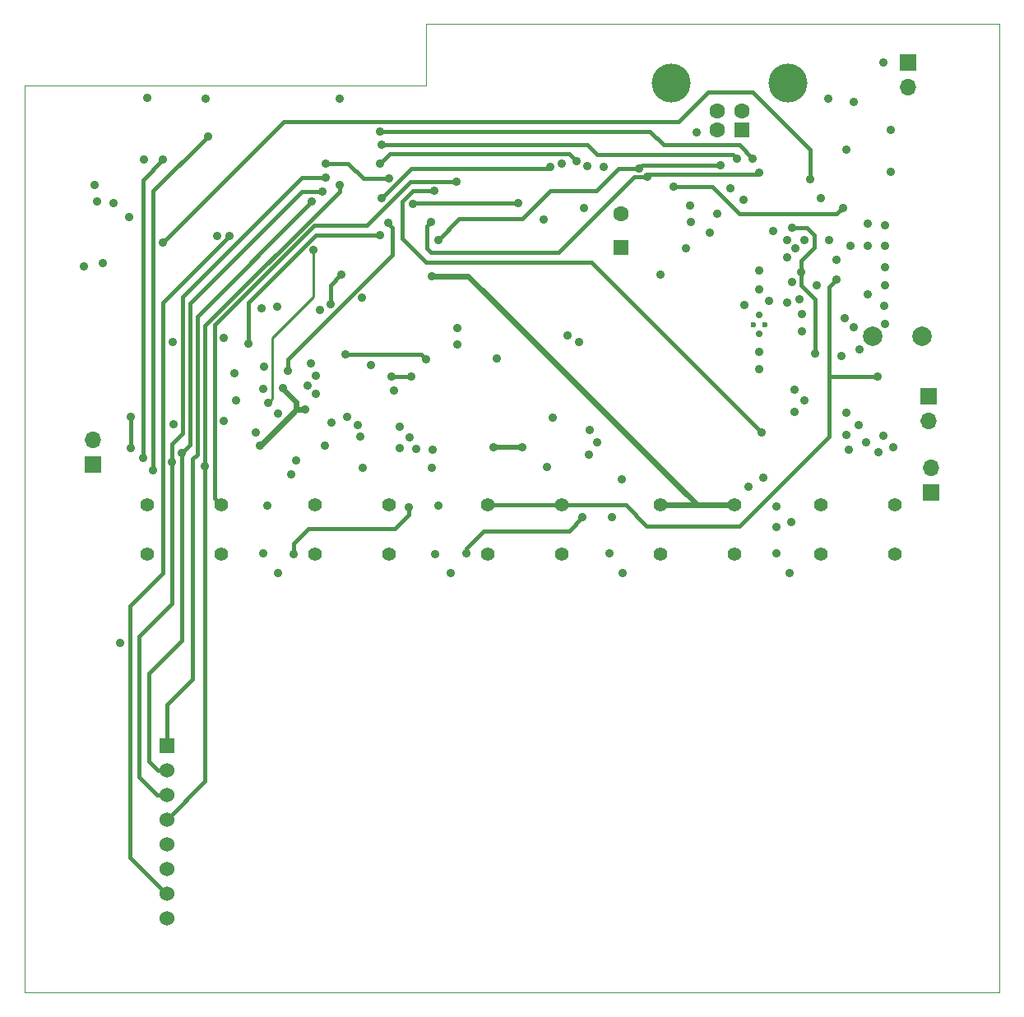
<source format=gbr>
G04 #@! TF.GenerationSoftware,KiCad,Pcbnew,5.1.7*
G04 #@! TF.CreationDate,2020-11-03T15:06:47+01:00*
G04 #@! TF.ProjectId,audioplayer,61756469-6f70-46c6-9179-65722e6b6963,rev?*
G04 #@! TF.SameCoordinates,Original*
G04 #@! TF.FileFunction,Copper,L4,Bot*
G04 #@! TF.FilePolarity,Positive*
%FSLAX46Y46*%
G04 Gerber Fmt 4.6, Leading zero omitted, Abs format (unit mm)*
G04 Created by KiCad (PCBNEW 5.1.7) date 2020-11-03 15:06:47*
%MOMM*%
%LPD*%
G01*
G04 APERTURE LIST*
G04 #@! TA.AperFunction,Profile*
%ADD10C,0.100000*%
G04 #@! TD*
G04 #@! TA.AperFunction,ComponentPad*
%ADD11O,1.700000X1.700000*%
G04 #@! TD*
G04 #@! TA.AperFunction,ComponentPad*
%ADD12R,1.700000X1.700000*%
G04 #@! TD*
G04 #@! TA.AperFunction,ComponentPad*
%ADD13C,1.397000*%
G04 #@! TD*
G04 #@! TA.AperFunction,ComponentPad*
%ADD14C,4.000000*%
G04 #@! TD*
G04 #@! TA.AperFunction,ComponentPad*
%ADD15C,1.600000*%
G04 #@! TD*
G04 #@! TA.AperFunction,ComponentPad*
%ADD16R,1.600000X1.600000*%
G04 #@! TD*
G04 #@! TA.AperFunction,ComponentPad*
%ADD17C,2.000000*%
G04 #@! TD*
G04 #@! TA.AperFunction,ComponentPad*
%ADD18C,1.524000*%
G04 #@! TD*
G04 #@! TA.AperFunction,ComponentPad*
%ADD19R,1.524000X1.524000*%
G04 #@! TD*
G04 #@! TA.AperFunction,ComponentPad*
%ADD20C,0.700000*%
G04 #@! TD*
G04 #@! TA.AperFunction,ComponentPad*
%ADD21C,0.600000*%
G04 #@! TD*
G04 #@! TA.AperFunction,ViaPad*
%ADD22C,0.900000*%
G04 #@! TD*
G04 #@! TA.AperFunction,Conductor*
%ADD23C,0.500000*%
G04 #@! TD*
G04 #@! TA.AperFunction,Conductor*
%ADD24C,0.400000*%
G04 #@! TD*
G04 #@! TA.AperFunction,Conductor*
%ADD25C,0.280000*%
G04 #@! TD*
G04 #@! TA.AperFunction,Conductor*
%ADD26C,0.600000*%
G04 #@! TD*
G04 APERTURE END LIST*
D10*
X156845000Y-121285000D02*
X56515000Y-121285000D01*
X156845000Y-121285000D02*
X156845000Y-21590000D01*
X56515000Y-27940000D02*
X56515000Y-121285000D01*
X97790000Y-21590000D02*
X156845000Y-21590000D01*
X97790000Y-27940000D02*
X97790000Y-21590000D01*
X56515000Y-27940000D02*
X97790000Y-27940000D01*
D11*
X147447000Y-28067000D03*
D12*
X147447000Y-25527000D03*
D11*
X149542500Y-62420500D03*
D12*
X149542500Y-59880500D03*
D13*
X69088000Y-76200000D03*
X69088000Y-71120000D03*
X76708000Y-76200000D03*
X76708000Y-71120000D03*
X93980000Y-71120000D03*
X93980000Y-76200000D03*
X86360000Y-71120000D03*
X86360000Y-76200000D03*
D14*
X135052000Y-27652000D03*
X123052000Y-27652000D03*
D15*
X130302000Y-30512000D03*
X127802000Y-30512000D03*
X127802000Y-32512000D03*
D16*
X130302000Y-32512000D03*
D17*
X148849080Y-53721000D03*
X143769080Y-53721000D03*
D18*
X71120000Y-113665000D03*
X71120000Y-111125000D03*
X71120000Y-108585000D03*
X71120000Y-106045000D03*
X71120000Y-103505000D03*
X71120000Y-100965000D03*
X71120000Y-98425000D03*
D19*
X71120000Y-95885000D03*
D13*
X111760000Y-71120000D03*
X111760000Y-76200000D03*
X104140000Y-71120000D03*
X104140000Y-76200000D03*
D20*
X132080000Y-51564500D03*
D21*
X132655000Y-52514500D03*
X131505000Y-52514500D03*
D20*
X132080000Y-53464500D03*
D13*
X138430000Y-76200000D03*
X138430000Y-71120000D03*
X146050000Y-76200000D03*
X146050000Y-71120000D03*
X121920000Y-76200000D03*
X121920000Y-71120000D03*
X129540000Y-76200000D03*
X129540000Y-71120000D03*
D11*
X149796500Y-67246500D03*
D12*
X149796500Y-69786500D03*
D11*
X63500000Y-64389000D03*
D12*
X63500000Y-66929000D03*
D15*
X117881400Y-41077000D03*
D16*
X117881400Y-44577000D03*
D22*
X130500000Y-39678000D03*
X138036300Y-48501300D03*
X129159000Y-38481000D03*
X135382000Y-72898000D03*
X91274900Y-67271900D03*
X87376000Y-65024000D03*
X143129000Y-64643000D03*
X144907000Y-64008000D03*
X144399000Y-65659000D03*
X145923000Y-65151000D03*
X141097000Y-61595000D03*
X142367000Y-62865000D03*
X141097000Y-63881000D03*
X141351000Y-65405000D03*
X75141000Y-29294000D03*
X69088000Y-29210000D03*
X81470502Y-71183500D03*
X88900000Y-29273496D03*
X68767781Y-35554562D03*
X125095000Y-41999998D03*
X101066600Y-54533800D03*
X124587000Y-44704000D03*
X86868000Y-51054000D03*
X115443000Y-64643000D03*
X114554000Y-65900300D03*
X114681000Y-63411100D03*
X117983000Y-68453000D03*
X78232000Y-60325000D03*
X99060000Y-71183500D03*
X116903506Y-72326500D03*
X110871000Y-62128399D03*
X111760000Y-35941000D03*
X82550000Y-78105000D03*
X100330000Y-78105000D03*
X135255000Y-78105000D03*
X116077996Y-36322000D03*
X143256000Y-42164000D03*
X141097000Y-34544000D03*
X139230000Y-29248000D03*
X112344200Y-53670200D03*
X113538000Y-54356000D03*
X94513400Y-59309000D03*
X76987400Y-53924200D03*
X76984600Y-62455800D03*
X71805800Y-62763400D03*
X88036300Y-62636500D03*
X134937515Y-50228515D03*
X132080000Y-48895000D03*
X132080000Y-55308500D03*
X132080000Y-57150000D03*
X64516000Y-46164500D03*
X62611000Y-46545500D03*
X76327000Y-43370500D03*
X80899000Y-50863500D03*
X118046506Y-78105000D03*
X92176600Y-56667400D03*
X67259200Y-41452800D03*
X101066600Y-52857400D03*
X71704200Y-54279800D03*
X114427000Y-36195000D03*
X85979014Y-56515000D03*
X78105000Y-57531014D03*
X91171098Y-49730998D03*
X86487000Y-59690000D03*
X105072103Y-56050103D03*
X110286810Y-67183000D03*
X141859000Y-29591000D03*
X138429998Y-39497000D03*
X144907000Y-25527000D03*
X140589000Y-55753000D03*
X143256000Y-49428500D03*
X145034000Y-42291000D03*
X140944600Y-51841400D03*
X145034000Y-44450000D03*
X143256000Y-44450000D03*
X141478000Y-44450000D03*
X140097000Y-45831000D03*
X141859000Y-52832000D03*
X145034000Y-46609000D03*
X145034000Y-48514000D03*
X145008600Y-50571400D03*
X145034000Y-52451000D03*
X142468600Y-55041800D03*
X107696000Y-65150996D03*
X104775000Y-65151000D03*
X63911000Y-39878000D03*
X65659000Y-40005000D03*
X63657000Y-38130000D03*
X95123010Y-65252590D03*
X95122998Y-63017402D03*
X132080000Y-46990000D03*
X130600800Y-50501200D03*
X133096002Y-50101502D03*
X96139000Y-64135000D03*
X66294000Y-85344000D03*
X114046000Y-40513000D03*
X88900000Y-38163500D03*
X113283996Y-35687000D03*
X93091000Y-35941000D03*
X75057000Y-67066021D03*
X93218000Y-39497000D03*
X110617000Y-36322000D03*
X72644012Y-65786000D03*
X87124202Y-38800702D03*
X87503000Y-37401498D03*
X71664999Y-66648499D03*
X107291000Y-40029004D03*
X96456500Y-40132000D03*
X84201000Y-76200000D03*
X96012000Y-71374000D03*
X67437000Y-65214500D03*
X67437000Y-62039500D03*
X86233000Y-44831000D03*
X81534004Y-60579000D03*
X89054270Y-47405457D03*
X87947500Y-50419000D03*
X79564562Y-54516634D03*
X93091000Y-43307000D03*
X93886859Y-42070859D03*
X83566000Y-57277000D03*
X136398004Y-47117000D03*
X135509000Y-42545000D03*
X70717318Y-44047318D03*
X137858499Y-55499000D03*
X137388518Y-37592000D03*
X131445000Y-35433000D03*
X93091000Y-32639000D03*
X129826472Y-35468069D03*
X93218000Y-34035998D03*
X113919000Y-72390000D03*
X101981000Y-76072992D03*
X98653600Y-38709600D03*
X132334000Y-63627004D03*
X100965000Y-37816434D03*
X140081000Y-47879000D03*
X144272000Y-57912000D03*
X97790000Y-56070490D03*
X89484198Y-55549800D03*
X94259400Y-57886600D03*
X96291400Y-57886600D03*
X85373622Y-61277500D03*
X83114011Y-59055000D03*
X80746600Y-64985990D03*
X77597000Y-43370500D03*
X86044702Y-39880202D03*
X140716000Y-40513000D03*
X123317000Y-38354000D03*
X135509000Y-48179905D03*
X136715500Y-43815000D03*
X132524500Y-68326000D03*
X135763000Y-59245500D03*
X135763000Y-61544200D03*
X96799400Y-65354200D03*
X98425000Y-67310000D03*
X83947000Y-67945000D03*
X139268200Y-43815000D03*
X136778996Y-60325004D03*
X98526600Y-65445400D03*
X135001000Y-43815000D03*
X135001000Y-45593000D03*
X135858250Y-44672250D03*
X136525000Y-53213000D03*
X136525000Y-51435000D03*
X136259501Y-49922499D03*
X130966999Y-69245001D03*
X75336408Y-33121600D03*
X69697600Y-67513200D03*
X81026000Y-76073000D03*
X116713000Y-76073000D03*
X133858000Y-76073002D03*
X133858000Y-71247000D03*
X133858000Y-73406000D03*
X98742500Y-76200000D03*
X124968000Y-40259000D03*
X127000000Y-43053000D03*
X121920000Y-47371000D03*
X127800100Y-41084500D03*
X80264000Y-63627000D03*
X84455000Y-66548000D03*
X85598000Y-58801000D03*
X91008200Y-64084200D03*
X90754200Y-62865000D03*
X89687400Y-62001400D03*
X82486500Y-50673008D03*
X81152997Y-56895997D03*
X81072132Y-59141882D03*
X82594893Y-61707630D03*
X86487000Y-57785000D03*
X109956500Y-41681500D03*
X87503000Y-35941000D03*
X94013667Y-37498667D03*
X125648720Y-32720280D03*
X145669000Y-36829998D03*
X145643600Y-32512000D03*
X133530800Y-42852800D03*
X128084865Y-36136865D03*
X119761000Y-36449000D03*
X99060000Y-43815000D03*
X132080012Y-36893500D03*
X120618250Y-37306250D03*
X98330587Y-41963990D03*
X70713600Y-35560000D03*
X68643500Y-66294000D03*
X98425000Y-47514179D03*
D23*
X107696000Y-65150996D02*
X104775004Y-65150996D01*
X104775004Y-65150996D02*
X104775000Y-65151000D01*
D24*
X94107000Y-34925000D02*
X93091000Y-35941000D01*
X112521996Y-34925000D02*
X94107000Y-34925000D01*
X113283996Y-35687000D02*
X112521996Y-34925000D01*
X88900000Y-38799896D02*
X75057000Y-52642896D01*
X75057000Y-52642896D02*
X75057000Y-67066021D01*
X88900000Y-38163500D02*
X88900000Y-38799896D01*
X71120000Y-103505000D02*
X75057000Y-99568000D01*
X75057000Y-99568000D02*
X75057000Y-67066021D01*
X96266000Y-36449000D02*
X93218000Y-39497000D01*
X110617000Y-36449000D02*
X96266000Y-36449000D01*
X110617000Y-36322000D02*
X110617000Y-36449000D01*
X85024298Y-38800702D02*
X87124202Y-38800702D01*
X73504489Y-50320511D02*
X85024298Y-38800702D01*
X73504489Y-64925523D02*
X73504489Y-50320511D01*
X72644012Y-65786000D02*
X73504489Y-64925523D01*
X72644012Y-85089988D02*
X72644012Y-65786000D01*
X69278500Y-88455500D02*
X72644012Y-85089988D01*
X69278500Y-97472500D02*
X69278500Y-88455500D01*
X70231000Y-98425000D02*
X69278500Y-97472500D01*
X71120000Y-98425000D02*
X70231000Y-98425000D01*
X85026502Y-37401498D02*
X87503000Y-37401498D01*
X72771000Y-49657000D02*
X85026502Y-37401498D01*
X72771000Y-63754000D02*
X72771000Y-49657000D01*
X71664999Y-64860001D02*
X72771000Y-63754000D01*
X71664999Y-66648499D02*
X71664999Y-64860001D01*
X71664999Y-81243001D02*
X71664999Y-66648499D01*
X68262500Y-84645500D02*
X71664999Y-81243001D01*
X68262500Y-99123500D02*
X68262500Y-84645500D01*
X70104000Y-100965000D02*
X68262500Y-99123500D01*
X71120000Y-100965000D02*
X70104000Y-100965000D01*
X96559496Y-40029004D02*
X96456500Y-40132000D01*
X107291000Y-40029004D02*
X96559496Y-40029004D01*
X85725000Y-73533000D02*
X84201000Y-75057000D01*
X94615000Y-73533000D02*
X85725000Y-73533000D01*
X96012000Y-72136000D02*
X94615000Y-73533000D01*
X84201000Y-75057000D02*
X84201000Y-76200000D01*
X96012000Y-71374000D02*
X96012000Y-72136000D01*
X67437000Y-65214500D02*
X67437000Y-62039500D01*
D25*
X81984003Y-60129001D02*
X81534004Y-60579000D01*
X81984003Y-53905997D02*
X81984003Y-60129001D01*
X86233000Y-44831000D02*
X86233000Y-49657000D01*
X86233000Y-49657000D02*
X81984003Y-53905997D01*
D24*
X87947500Y-48450500D02*
X87947500Y-50419000D01*
X88992543Y-47405457D02*
X87947500Y-48450500D01*
X89054270Y-47405457D02*
X88992543Y-47405457D01*
X86487000Y-43307000D02*
X93091000Y-43307000D01*
X79564562Y-50229438D02*
X86487000Y-43307000D01*
X79564562Y-54516634D02*
X79564562Y-50229438D01*
X94336858Y-45363142D02*
X83566000Y-56134000D01*
X83566000Y-56134000D02*
X83566000Y-57277000D01*
X94336858Y-42520858D02*
X94336858Y-45363142D01*
X93886859Y-42070859D02*
X94336858Y-42520858D01*
X137033000Y-42545000D02*
X135509000Y-42545000D01*
X137795000Y-43307000D02*
X137033000Y-42545000D01*
X137795000Y-44577000D02*
X137795000Y-43307000D01*
X136398004Y-45973996D02*
X137795000Y-44577000D01*
X136398004Y-47117000D02*
X136398004Y-45973996D01*
X136398004Y-47117000D02*
X136398004Y-48472906D01*
X137858499Y-49933401D02*
X137858499Y-55499000D01*
X136398004Y-48472906D02*
X137858499Y-49933401D01*
X137388518Y-34518518D02*
X137388518Y-37592000D01*
X131445000Y-28575000D02*
X137388518Y-34518518D01*
X126809500Y-28575000D02*
X131445000Y-28575000D01*
X123761500Y-31623000D02*
X126809500Y-28575000D01*
X83141636Y-31623000D02*
X123761500Y-31623000D01*
X70717318Y-44047318D02*
X83141636Y-31623000D01*
X120840500Y-32639000D02*
X93091000Y-32639000D01*
X122237500Y-34036000D02*
X120840500Y-32639000D01*
X130048000Y-34036000D02*
X122237500Y-34036000D01*
X131445000Y-35433000D02*
X130048000Y-34036000D01*
X129826472Y-35468069D02*
X129376473Y-35018070D01*
X129376473Y-35018070D02*
X115409070Y-35018070D01*
X115409070Y-35018070D02*
X114426998Y-34035998D01*
X114426998Y-34035998D02*
X93218000Y-34035998D01*
X101981000Y-75565000D02*
X101981000Y-76072992D01*
X103759000Y-73787000D02*
X101981000Y-75565000D01*
X112522000Y-73787000D02*
X103759000Y-73787000D01*
X113919000Y-72390000D02*
X112522000Y-73787000D01*
X114807996Y-46101000D02*
X132334000Y-63627004D01*
X95351600Y-43637200D02*
X97815400Y-46101000D01*
X95351600Y-39827200D02*
X95351600Y-43637200D01*
X97815400Y-46101000D02*
X114807996Y-46101000D01*
X96469200Y-38709600D02*
X95351600Y-39827200D01*
X98653600Y-38709600D02*
X96469200Y-38709600D01*
X86296500Y-42291000D02*
X91694000Y-42291000D01*
X91694000Y-42291000D02*
X96168566Y-37816434D01*
X76708000Y-71120000D02*
X76009501Y-70421501D01*
X76009501Y-70421501D02*
X76009501Y-52577999D01*
X96168566Y-37816434D02*
X100965000Y-37816434D01*
X76009501Y-52577999D02*
X86296500Y-42291000D01*
X104140000Y-71120000D02*
X111760000Y-71120000D01*
X118364000Y-71120000D02*
X111760000Y-71120000D01*
X120523000Y-73279000D02*
X118364000Y-71120000D01*
X130073400Y-73279000D02*
X120523000Y-73279000D01*
X139319000Y-64033400D02*
X130073400Y-73279000D01*
X139319000Y-57023000D02*
X139319000Y-64033400D01*
X139319000Y-57912000D02*
X144272000Y-57912000D01*
X139319000Y-48641000D02*
X139319000Y-57912000D01*
X140081000Y-47879000D02*
X139319000Y-48641000D01*
X97269310Y-55549800D02*
X89484198Y-55549800D01*
X97790000Y-56070490D02*
X97269310Y-55549800D01*
X94259400Y-57886600D02*
X96291400Y-57886600D01*
D26*
X84467700Y-61277500D02*
X84645500Y-61277500D01*
X84467700Y-61277500D02*
X85056110Y-61277500D01*
D25*
X84645500Y-61277500D02*
X85056110Y-61277500D01*
D26*
X85056110Y-61277500D02*
X85373622Y-61277500D01*
X84467700Y-61277500D02*
X80759210Y-64985990D01*
X80759210Y-64985990D02*
X80746600Y-64985990D01*
X83114011Y-59111011D02*
X83114011Y-59055000D01*
X84467700Y-60464700D02*
X83114011Y-59111011D01*
X84467700Y-61277500D02*
X84467700Y-60464700D01*
D24*
X77597000Y-43434000D02*
X77597000Y-43370500D01*
X70739000Y-50292000D02*
X77597000Y-43434000D01*
X70739000Y-78073250D02*
X70739000Y-50292000D01*
X67310000Y-81502250D02*
X70739000Y-78073250D01*
X67310000Y-107442000D02*
X67310000Y-81502250D01*
X71120000Y-111252000D02*
X67310000Y-107442000D01*
X74231500Y-51693404D02*
X86044702Y-39880202D01*
X73787000Y-66357500D02*
X74231500Y-65913000D01*
X73787000Y-89027000D02*
X73787000Y-66357500D01*
X74231500Y-65913000D02*
X74231500Y-51693404D01*
X71120000Y-91694000D02*
X73787000Y-89027000D01*
X71120000Y-95885000D02*
X71120000Y-91694000D01*
X127254000Y-38354000D02*
X123317000Y-38354000D01*
X140081000Y-41148000D02*
X130048000Y-41148000D01*
X130048000Y-41148000D02*
X127254000Y-38354000D01*
X140716000Y-40513000D02*
X140081000Y-41148000D01*
X69697600Y-38760408D02*
X69697600Y-67513200D01*
X75336408Y-33121600D02*
X69697600Y-38760408D01*
X91346667Y-37498667D02*
X94013667Y-37498667D01*
X89789000Y-35941000D02*
X91346667Y-37498667D01*
X87503000Y-35941000D02*
X89789000Y-35941000D01*
X120073135Y-36136865D02*
X128084865Y-36136865D01*
X119761000Y-36449000D02*
X120073135Y-36136865D01*
X101219000Y-41656000D02*
X99060000Y-43815000D01*
X110617000Y-38735000D02*
X107696000Y-41656000D01*
X107696000Y-41656000D02*
X101219000Y-41656000D01*
X115341400Y-38735000D02*
X110617000Y-38735000D01*
X117627400Y-36449000D02*
X115341400Y-38735000D01*
X119761000Y-36449000D02*
X117627400Y-36449000D01*
X120840500Y-37084000D02*
X120618250Y-37306250D01*
X131889512Y-37084000D02*
X120840500Y-37084000D01*
X132080012Y-36893500D02*
X131889512Y-37084000D01*
X97880588Y-42413989D02*
X98330587Y-41963990D01*
X111480600Y-45085000D02*
X98298000Y-45085000D01*
X97880588Y-44667588D02*
X97880588Y-42413989D01*
X120618250Y-37306250D02*
X119259350Y-37306250D01*
X98298000Y-45085000D02*
X97880588Y-44667588D01*
X119259350Y-37306250D02*
X111480600Y-45085000D01*
X70713600Y-35560000D02*
X68643500Y-37630100D01*
X68643500Y-37630100D02*
X68643500Y-66294000D01*
X121920000Y-71120000D02*
X121793000Y-71120000D01*
X129692400Y-71018400D02*
X129641600Y-71018400D01*
X129590800Y-71120000D02*
X129692400Y-71018400D01*
X121920000Y-70739000D02*
X121920000Y-71120000D01*
X125730000Y-71120000D02*
X129590800Y-71120000D01*
X121920000Y-71120000D02*
X125730000Y-71120000D01*
D26*
X121920000Y-71120000D02*
X129540000Y-71120000D01*
X129540000Y-71120000D02*
X129667000Y-70993000D01*
X102124179Y-47514179D02*
X99061396Y-47514179D01*
X125730000Y-71120000D02*
X102124179Y-47514179D01*
X99061396Y-47514179D02*
X98425000Y-47514179D01*
M02*

</source>
